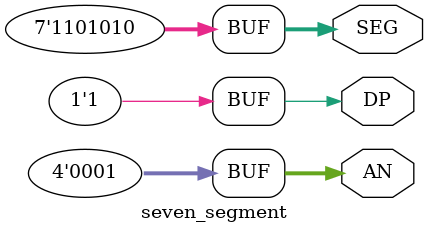
<source format=v>
`timescale 1ns / 1ps


module seven_segment(
    output [6:0] SEG,
    output DP,
    output [3:0] AN
    );
    
    assign SEG = 8'b1101010;
    assign DP = 1;
    assign AN = 4'b0001;
endmodule

</source>
